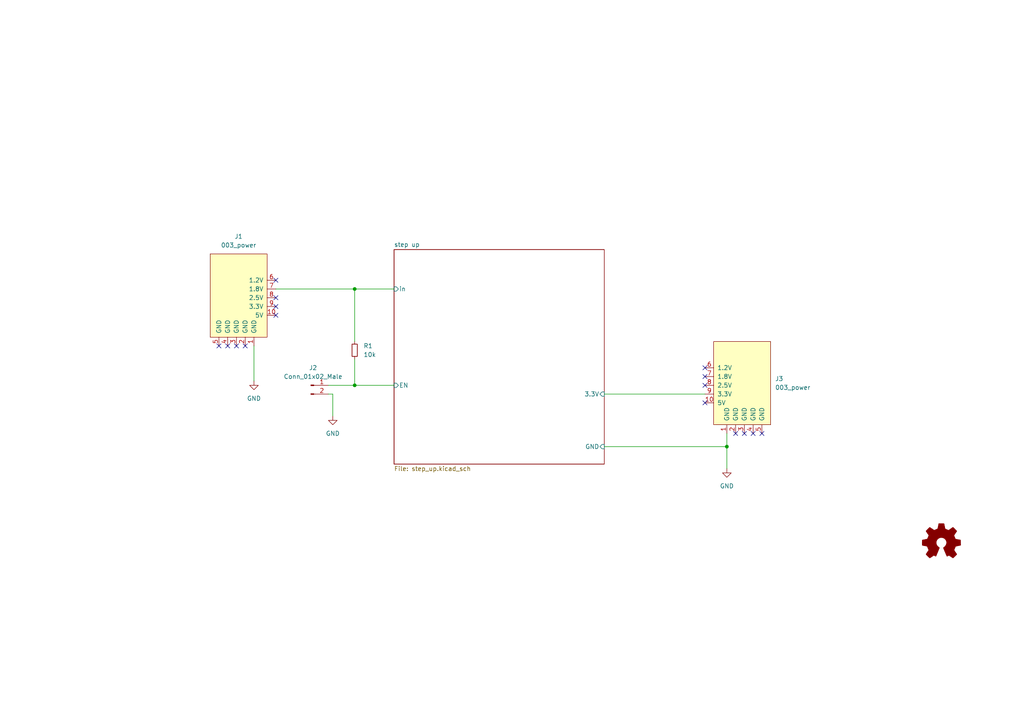
<source format=kicad_sch>
(kicad_sch (version 20211123) (generator eeschema)

  (uuid 57732dd3-1162-4c3f-88bd-31bf473d124d)

  (paper "A4")

  (lib_symbols
    (symbol "Connector:Conn_01x02_Male" (pin_names (offset 1.016) hide) (in_bom yes) (on_board yes)
      (property "Reference" "J" (id 0) (at 0 2.54 0)
        (effects (font (size 1.27 1.27)))
      )
      (property "Value" "Conn_01x02_Male" (id 1) (at 0 -5.08 0)
        (effects (font (size 1.27 1.27)))
      )
      (property "Footprint" "" (id 2) (at 0 0 0)
        (effects (font (size 1.27 1.27)) hide)
      )
      (property "Datasheet" "~" (id 3) (at 0 0 0)
        (effects (font (size 1.27 1.27)) hide)
      )
      (property "ki_keywords" "connector" (id 4) (at 0 0 0)
        (effects (font (size 1.27 1.27)) hide)
      )
      (property "ki_description" "Generic connector, single row, 01x02, script generated (kicad-library-utils/schlib/autogen/connector/)" (id 5) (at 0 0 0)
        (effects (font (size 1.27 1.27)) hide)
      )
      (property "ki_fp_filters" "Connector*:*_1x??_*" (id 6) (at 0 0 0)
        (effects (font (size 1.27 1.27)) hide)
      )
      (symbol "Conn_01x02_Male_1_1"
        (polyline
          (pts
            (xy 1.27 -2.54)
            (xy 0.8636 -2.54)
          )
          (stroke (width 0.1524) (type default) (color 0 0 0 0))
          (fill (type none))
        )
        (polyline
          (pts
            (xy 1.27 0)
            (xy 0.8636 0)
          )
          (stroke (width 0.1524) (type default) (color 0 0 0 0))
          (fill (type none))
        )
        (rectangle (start 0.8636 -2.413) (end 0 -2.667)
          (stroke (width 0.1524) (type default) (color 0 0 0 0))
          (fill (type outline))
        )
        (rectangle (start 0.8636 0.127) (end 0 -0.127)
          (stroke (width 0.1524) (type default) (color 0 0 0 0))
          (fill (type outline))
        )
        (pin passive line (at 5.08 0 180) (length 3.81)
          (name "Pin_1" (effects (font (size 1.27 1.27))))
          (number "1" (effects (font (size 1.27 1.27))))
        )
        (pin passive line (at 5.08 -2.54 180) (length 3.81)
          (name "Pin_2" (effects (font (size 1.27 1.27))))
          (number "2" (effects (font (size 1.27 1.27))))
        )
      )
    )
    (symbol "Device:R_Small" (pin_numbers hide) (pin_names (offset 0.254) hide) (in_bom yes) (on_board yes)
      (property "Reference" "R" (id 0) (at 0.762 0.508 0)
        (effects (font (size 1.27 1.27)) (justify left))
      )
      (property "Value" "R_Small" (id 1) (at 0.762 -1.016 0)
        (effects (font (size 1.27 1.27)) (justify left))
      )
      (property "Footprint" "" (id 2) (at 0 0 0)
        (effects (font (size 1.27 1.27)) hide)
      )
      (property "Datasheet" "~" (id 3) (at 0 0 0)
        (effects (font (size 1.27 1.27)) hide)
      )
      (property "ki_keywords" "R resistor" (id 4) (at 0 0 0)
        (effects (font (size 1.27 1.27)) hide)
      )
      (property "ki_description" "Resistor, small symbol" (id 5) (at 0 0 0)
        (effects (font (size 1.27 1.27)) hide)
      )
      (property "ki_fp_filters" "R_*" (id 6) (at 0 0 0)
        (effects (font (size 1.27 1.27)) hide)
      )
      (symbol "R_Small_0_1"
        (rectangle (start -0.762 1.778) (end 0.762 -1.778)
          (stroke (width 0.2032) (type default) (color 0 0 0 0))
          (fill (type none))
        )
      )
      (symbol "R_Small_1_1"
        (pin passive line (at 0 2.54 270) (length 0.762)
          (name "~" (effects (font (size 1.27 1.27))))
          (number "1" (effects (font (size 1.27 1.27))))
        )
        (pin passive line (at 0 -2.54 90) (length 0.762)
          (name "~" (effects (font (size 1.27 1.27))))
          (number "2" (effects (font (size 1.27 1.27))))
        )
      )
    )
    (symbol "Graphic:Logo_Open_Hardware_Small" (pin_names (offset 1.016)) (in_bom yes) (on_board yes)
      (property "Reference" "#LOGO" (id 0) (at 0 6.985 0)
        (effects (font (size 1.27 1.27)) hide)
      )
      (property "Value" "Logo_Open_Hardware_Small" (id 1) (at 0 -5.715 0)
        (effects (font (size 1.27 1.27)) hide)
      )
      (property "Footprint" "" (id 2) (at 0 0 0)
        (effects (font (size 1.27 1.27)) hide)
      )
      (property "Datasheet" "~" (id 3) (at 0 0 0)
        (effects (font (size 1.27 1.27)) hide)
      )
      (property "ki_keywords" "Logo" (id 4) (at 0 0 0)
        (effects (font (size 1.27 1.27)) hide)
      )
      (property "ki_description" "Open Hardware logo, small" (id 5) (at 0 0 0)
        (effects (font (size 1.27 1.27)) hide)
      )
      (symbol "Logo_Open_Hardware_Small_0_1"
        (polyline
          (pts
            (xy 3.3528 -4.3434)
            (xy 3.302 -4.318)
            (xy 3.175 -4.2418)
            (xy 2.9972 -4.1148)
            (xy 2.7686 -3.9624)
            (xy 2.54 -3.81)
            (xy 2.3622 -3.7084)
            (xy 2.2352 -3.6068)
            (xy 2.1844 -3.5814)
            (xy 2.159 -3.6068)
            (xy 2.0574 -3.6576)
            (xy 1.905 -3.7338)
            (xy 1.8034 -3.7846)
            (xy 1.6764 -3.8354)
            (xy 1.6002 -3.8354)
            (xy 1.6002 -3.8354)
            (xy 1.5494 -3.7338)
            (xy 1.4732 -3.5306)
            (xy 1.3462 -3.302)
            (xy 1.2446 -3.0226)
            (xy 1.1176 -2.7178)
            (xy 0.9652 -2.413)
            (xy 0.8636 -2.1082)
            (xy 0.7366 -1.8288)
            (xy 0.6604 -1.6256)
            (xy 0.6096 -1.4732)
            (xy 0.5842 -1.397)
            (xy 0.5842 -1.397)
            (xy 0.6604 -1.3208)
            (xy 0.7874 -1.2446)
            (xy 1.0414 -1.016)
            (xy 1.2954 -0.6858)
            (xy 1.4478 -0.3302)
            (xy 1.524 0.0762)
            (xy 1.4732 0.4572)
            (xy 1.3208 0.8128)
            (xy 1.0668 1.143)
            (xy 0.762 1.3716)
            (xy 0.4064 1.524)
            (xy 0 1.5748)
            (xy -0.381 1.5494)
            (xy -0.7366 1.397)
            (xy -1.0668 1.143)
            (xy -1.2192 0.9906)
            (xy -1.397 0.6604)
            (xy -1.524 0.3048)
            (xy -1.524 0.2286)
            (xy -1.4986 -0.1778)
            (xy -1.397 -0.5334)
            (xy -1.1938 -0.8636)
            (xy -0.9144 -1.143)
            (xy -0.8636 -1.1684)
            (xy -0.7366 -1.27)
            (xy -0.635 -1.3462)
            (xy -0.5842 -1.397)
            (xy -1.0668 -2.5908)
            (xy -1.143 -2.794)
            (xy -1.2954 -3.1242)
            (xy -1.397 -3.4036)
            (xy -1.4986 -3.6322)
            (xy -1.5748 -3.7846)
            (xy -1.6002 -3.8354)
            (xy -1.6002 -3.8354)
            (xy -1.651 -3.8354)
            (xy -1.7272 -3.81)
            (xy -1.905 -3.7338)
            (xy -2.0066 -3.683)
            (xy -2.1336 -3.6068)
            (xy -2.2098 -3.5814)
            (xy -2.2606 -3.6068)
            (xy -2.3622 -3.683)
            (xy -2.54 -3.81)
            (xy -2.7686 -3.9624)
            (xy -2.9718 -4.0894)
            (xy -3.1496 -4.2164)
            (xy -3.302 -4.318)
            (xy -3.3528 -4.3434)
            (xy -3.3782 -4.3434)
            (xy -3.429 -4.318)
            (xy -3.5306 -4.2164)
            (xy -3.7084 -4.064)
            (xy -3.937 -3.8354)
            (xy -3.9624 -3.81)
            (xy -4.1656 -3.6068)
            (xy -4.318 -3.4544)
            (xy -4.4196 -3.3274)
            (xy -4.445 -3.2766)
            (xy -4.445 -3.2766)
            (xy -4.4196 -3.2258)
            (xy -4.318 -3.0734)
            (xy -4.2164 -2.8956)
            (xy -4.064 -2.667)
            (xy -3.6576 -2.0828)
            (xy -3.8862 -1.5494)
            (xy -3.937 -1.3716)
            (xy -4.0386 -1.1684)
            (xy -4.0894 -1.0414)
            (xy -4.1148 -0.9652)
            (xy -4.191 -0.9398)
            (xy -4.318 -0.9144)
            (xy -4.5466 -0.8636)
            (xy -4.8006 -0.8128)
            (xy -5.0546 -0.7874)
            (xy -5.2578 -0.7366)
            (xy -5.4356 -0.7112)
            (xy -5.5118 -0.6858)
            (xy -5.5118 -0.6858)
            (xy -5.5372 -0.635)
            (xy -5.5372 -0.5588)
            (xy -5.5372 -0.4318)
            (xy -5.5626 -0.2286)
            (xy -5.5626 0.0762)
            (xy -5.5626 0.127)
            (xy -5.5372 0.4064)
            (xy -5.5372 0.635)
            (xy -5.5372 0.762)
            (xy -5.5372 0.8382)
            (xy -5.5372 0.8382)
            (xy -5.461 0.8382)
            (xy -5.3086 0.889)
            (xy -5.08 0.9144)
            (xy -4.826 0.9652)
            (xy -4.8006 0.9906)
            (xy -4.5466 1.0414)
            (xy -4.318 1.0668)
            (xy -4.1656 1.1176)
            (xy -4.0894 1.143)
            (xy -4.0894 1.143)
            (xy -4.0386 1.2446)
            (xy -3.9624 1.4224)
            (xy -3.8608 1.6256)
            (xy -3.7846 1.8288)
            (xy -3.7084 2.0066)
            (xy -3.6576 2.159)
            (xy -3.6322 2.2098)
            (xy -3.6322 2.2098)
            (xy -3.683 2.286)
            (xy -3.7592 2.413)
            (xy -3.8862 2.5908)
            (xy -4.064 2.8194)
            (xy -4.064 2.8448)
            (xy -4.2164 3.0734)
            (xy -4.3434 3.2512)
            (xy -4.4196 3.3782)
            (xy -4.445 3.4544)
            (xy -4.445 3.4544)
            (xy -4.3942 3.5052)
            (xy -4.2926 3.6322)
            (xy -4.1148 3.81)
            (xy -3.937 4.0132)
            (xy -3.8608 4.064)
            (xy -3.6576 4.2926)
            (xy -3.5052 4.4196)
            (xy -3.4036 4.4958)
            (xy -3.3528 4.5212)
            (xy -3.3528 4.5212)
            (xy -3.302 4.4704)
            (xy -3.1496 4.3688)
            (xy -2.9718 4.2418)
            (xy -2.7432 4.0894)
            (xy -2.7178 4.0894)
            (xy -2.4892 3.937)
            (xy -2.3114 3.81)
            (xy -2.1844 3.7084)
            (xy -2.1336 3.683)
            (xy -2.1082 3.683)
            (xy -2.032 3.7084)
            (xy -1.8542 3.7592)
            (xy -1.6764 3.8354)
            (xy -1.4732 3.937)
            (xy -1.27 4.0132)
            (xy -1.143 4.064)
            (xy -1.0668 4.1148)
            (xy -1.0668 4.1148)
            (xy -1.0414 4.191)
            (xy -1.016 4.3434)
            (xy -0.9652 4.572)
            (xy -0.9144 4.8514)
            (xy -0.889 4.9022)
            (xy -0.8382 5.1562)
            (xy -0.8128 5.3848)
            (xy -0.7874 5.5372)
            (xy -0.762 5.588)
            (xy -0.7112 5.6134)
            (xy -0.5842 5.6134)
            (xy -0.4064 5.6134)
            (xy -0.1524 5.6134)
            (xy 0.0762 5.6134)
            (xy 0.3302 5.6134)
            (xy 0.5334 5.6134)
            (xy 0.6858 5.588)
            (xy 0.7366 5.588)
            (xy 0.7366 5.588)
            (xy 0.762 5.5118)
            (xy 0.8128 5.334)
            (xy 0.8382 5.1054)
            (xy 0.9144 4.826)
            (xy 0.9144 4.7752)
            (xy 0.9652 4.5212)
            (xy 1.016 4.2926)
            (xy 1.0414 4.1402)
            (xy 1.0668 4.0894)
            (xy 1.0668 4.0894)
            (xy 1.1938 4.0386)
            (xy 1.3716 3.9624)
            (xy 1.5748 3.8608)
            (xy 2.0828 3.6576)
            (xy 2.7178 4.0894)
            (xy 2.7686 4.1402)
            (xy 2.9972 4.2926)
            (xy 3.175 4.4196)
            (xy 3.302 4.4958)
            (xy 3.3782 4.5212)
            (xy 3.3782 4.5212)
            (xy 3.429 4.4704)
            (xy 3.556 4.3434)
            (xy 3.7338 4.191)
            (xy 3.9116 3.9878)
            (xy 4.064 3.8354)
            (xy 4.2418 3.6576)
            (xy 4.3434 3.556)
            (xy 4.4196 3.4798)
            (xy 4.4196 3.429)
            (xy 4.4196 3.4036)
            (xy 4.3942 3.3274)
            (xy 4.2926 3.2004)
            (xy 4.1656 2.9972)
            (xy 4.0132 2.794)
            (xy 3.8862 2.5908)
            (xy 3.7592 2.3876)
            (xy 3.6576 2.2352)
            (xy 3.6322 2.159)
            (xy 3.6322 2.1336)
            (xy 3.683 2.0066)
            (xy 3.7592 1.8288)
            (xy 3.8608 1.6002)
            (xy 4.064 1.1176)
            (xy 4.3942 1.0414)
            (xy 4.5974 1.016)
            (xy 4.8768 0.9652)
            (xy 5.1308 0.9144)
            (xy 5.5372 0.8382)
            (xy 5.5626 -0.6604)
            (xy 5.4864 -0.6858)
            (xy 5.4356 -0.6858)
            (xy 5.2832 -0.7366)
            (xy 5.0546 -0.762)
            (xy 4.8006 -0.8128)
            (xy 4.5974 -0.8636)
            (xy 4.3688 -0.9144)
            (xy 4.2164 -0.9398)
            (xy 4.1402 -0.9398)
            (xy 4.1148 -0.9652)
            (xy 4.064 -1.0668)
            (xy 3.9878 -1.2446)
            (xy 3.9116 -1.4478)
            (xy 3.81 -1.651)
            (xy 3.7338 -1.8542)
            (xy 3.683 -2.0066)
            (xy 3.6576 -2.0828)
            (xy 3.683 -2.1336)
            (xy 3.7846 -2.2606)
            (xy 3.8862 -2.4638)
            (xy 4.0386 -2.667)
            (xy 4.191 -2.8956)
            (xy 4.318 -3.0734)
            (xy 4.3942 -3.2004)
            (xy 4.445 -3.2766)
            (xy 4.4196 -3.3274)
            (xy 4.3434 -3.429)
            (xy 4.1656 -3.5814)
            (xy 3.937 -3.8354)
            (xy 3.8862 -3.8608)
            (xy 3.683 -4.064)
            (xy 3.5306 -4.2164)
            (xy 3.4036 -4.318)
            (xy 3.3528 -4.3434)
          )
          (stroke (width 0) (type default) (color 0 0 0 0))
          (fill (type outline))
        )
      )
    )
    (symbol "power:GND" (power) (pin_names (offset 0)) (in_bom yes) (on_board yes)
      (property "Reference" "#PWR" (id 0) (at 0 -6.35 0)
        (effects (font (size 1.27 1.27)) hide)
      )
      (property "Value" "GND" (id 1) (at 0 -3.81 0)
        (effects (font (size 1.27 1.27)))
      )
      (property "Footprint" "" (id 2) (at 0 0 0)
        (effects (font (size 1.27 1.27)) hide)
      )
      (property "Datasheet" "" (id 3) (at 0 0 0)
        (effects (font (size 1.27 1.27)) hide)
      )
      (property "ki_keywords" "power-flag" (id 4) (at 0 0 0)
        (effects (font (size 1.27 1.27)) hide)
      )
      (property "ki_description" "Power symbol creates a global label with name \"GND\" , ground" (id 5) (at 0 0 0)
        (effects (font (size 1.27 1.27)) hide)
      )
      (symbol "GND_0_1"
        (polyline
          (pts
            (xy 0 0)
            (xy 0 -1.27)
            (xy 1.27 -1.27)
            (xy 0 -2.54)
            (xy -1.27 -1.27)
            (xy 0 -1.27)
          )
          (stroke (width 0) (type default) (color 0 0 0 0))
          (fill (type none))
        )
      )
      (symbol "GND_1_1"
        (pin power_in line (at 0 0 270) (length 0) hide
          (name "GND" (effects (font (size 1.27 1.27))))
          (number "1" (effects (font (size 1.27 1.27))))
        )
      )
    )
    (symbol "put_on_edge:003_power" (pin_names (offset 1.016)) (in_bom yes) (on_board yes)
      (property "Reference" "J" (id 0) (at -2.54 13.97 0)
        (effects (font (size 1.27 1.27)))
      )
      (property "Value" "003_power" (id 1) (at 8.89 13.97 0)
        (effects (font (size 1.27 1.27)))
      )
      (property "Footprint" "" (id 2) (at 7.62 16.51 0)
        (effects (font (size 1.27 1.27)) hide)
      )
      (property "Datasheet" "" (id 3) (at 7.62 16.51 0)
        (effects (font (size 1.27 1.27)) hide)
      )
      (symbol "003_power_0_1"
        (rectangle (start -8.89 12.7) (end 7.62 -11.43)
          (stroke (width 0) (type default) (color 0 0 0 0))
          (fill (type background))
        )
      )
      (symbol "003_power_1_1"
        (pin power_in line (at -5.08 -13.97 90) (length 2.54)
          (name "GND" (effects (font (size 1.27 1.27))))
          (number "1" (effects (font (size 1.27 1.27))))
        )
        (pin power_out line (at -11.43 -5.08 0) (length 2.54)
          (name "5V" (effects (font (size 1.27 1.27))))
          (number "10" (effects (font (size 1.27 1.27))))
        )
        (pin power_in line (at -2.54 -13.97 90) (length 2.54)
          (name "GND" (effects (font (size 1.27 1.27))))
          (number "2" (effects (font (size 1.27 1.27))))
        )
        (pin power_in line (at 0 -13.97 90) (length 2.54)
          (name "GND" (effects (font (size 1.27 1.27))))
          (number "3" (effects (font (size 1.27 1.27))))
        )
        (pin power_in line (at 2.54 -13.97 90) (length 2.54)
          (name "GND" (effects (font (size 1.27 1.27))))
          (number "4" (effects (font (size 1.27 1.27))))
        )
        (pin power_in line (at 5.08 -13.97 90) (length 2.54)
          (name "GND" (effects (font (size 1.27 1.27))))
          (number "5" (effects (font (size 1.27 1.27))))
        )
        (pin power_out line (at -11.43 5.08 0) (length 2.54)
          (name "1.2V" (effects (font (size 1.27 1.27))))
          (number "6" (effects (font (size 1.27 1.27))))
        )
        (pin power_out line (at -11.43 2.54 0) (length 2.54)
          (name "1.8V" (effects (font (size 1.27 1.27))))
          (number "7" (effects (font (size 1.27 1.27))))
        )
        (pin power_out line (at -11.43 0 0) (length 2.54)
          (name "2.5V" (effects (font (size 1.27 1.27))))
          (number "8" (effects (font (size 1.27 1.27))))
        )
        (pin power_out line (at -11.43 -2.54 0) (length 2.54)
          (name "3.3V" (effects (font (size 1.27 1.27))))
          (number "9" (effects (font (size 1.27 1.27))))
        )
      )
    )
  )

  (junction (at 102.87 83.82) (diameter 0) (color 0 0 0 0)
    (uuid 0269fea6-0374-4532-9ad4-c7f3a8f31d3b)
  )
  (junction (at 210.82 129.54) (diameter 0) (color 0 0 0 0)
    (uuid 3c28a56e-bfb8-4deb-b79b-c5fdf7520bbf)
  )
  (junction (at 102.87 111.76) (diameter 0) (color 0 0 0 0)
    (uuid af45c092-ca1c-4618-b667-bf868b468c64)
  )

  (no_connect (at 218.44 125.73) (uuid 0b98c3b3-de28-4af0-b363-46bfb29fd362))
  (no_connect (at 220.98 125.73) (uuid 0b98c3b3-de28-4af0-b363-46bfb29fd363))
  (no_connect (at 71.12 100.33) (uuid 0b98c3b3-de28-4af0-b363-46bfb29fd364))
  (no_connect (at 80.01 86.36) (uuid 0b98c3b3-de28-4af0-b363-46bfb29fd365))
  (no_connect (at 80.01 88.9) (uuid 0b98c3b3-de28-4af0-b363-46bfb29fd366))
  (no_connect (at 80.01 91.44) (uuid 0b98c3b3-de28-4af0-b363-46bfb29fd367))
  (no_connect (at 80.01 81.28) (uuid 0b98c3b3-de28-4af0-b363-46bfb29fd368))
  (no_connect (at 63.5 100.33) (uuid 0b98c3b3-de28-4af0-b363-46bfb29fd369))
  (no_connect (at 66.04 100.33) (uuid 0b98c3b3-de28-4af0-b363-46bfb29fd36a))
  (no_connect (at 68.58 100.33) (uuid 0b98c3b3-de28-4af0-b363-46bfb29fd36b))
  (no_connect (at 213.36 125.73) (uuid 0b98c3b3-de28-4af0-b363-46bfb29fd36c))
  (no_connect (at 215.9 125.73) (uuid 0b98c3b3-de28-4af0-b363-46bfb29fd36d))
  (no_connect (at 204.47 106.68) (uuid 0b98c3b3-de28-4af0-b363-46bfb29fd36e))
  (no_connect (at 204.47 116.84) (uuid 0b98c3b3-de28-4af0-b363-46bfb29fd36f))
  (no_connect (at 204.47 111.76) (uuid 0b98c3b3-de28-4af0-b363-46bfb29fd370))
  (no_connect (at 204.47 109.22) (uuid 0b98c3b3-de28-4af0-b363-46bfb29fd371))

  (wire (pts (xy 175.26 129.54) (xy 210.82 129.54))
    (stroke (width 0) (type default) (color 0 0 0 0))
    (uuid 1dc6d117-ed38-46b4-8b00-a42dde9b3419)
  )
  (wire (pts (xy 95.25 111.76) (xy 102.87 111.76))
    (stroke (width 0) (type default) (color 0 0 0 0))
    (uuid 2b9083b4-cb3c-4e8e-beb8-63b3002f73c3)
  )
  (wire (pts (xy 210.82 129.54) (xy 210.82 135.89))
    (stroke (width 0) (type default) (color 0 0 0 0))
    (uuid 64d5ced9-7162-4792-925b-502ad9cab995)
  )
  (wire (pts (xy 96.52 114.3) (xy 96.52 120.65))
    (stroke (width 0) (type default) (color 0 0 0 0))
    (uuid 67c7721f-403b-42aa-a2d9-cf93b858187b)
  )
  (wire (pts (xy 96.52 114.3) (xy 95.25 114.3))
    (stroke (width 0) (type default) (color 0 0 0 0))
    (uuid 6e9f6c33-d4b0-44db-83e1-54112fbe3471)
  )
  (wire (pts (xy 73.66 100.33) (xy 73.66 110.49))
    (stroke (width 0) (type default) (color 0 0 0 0))
    (uuid 7b1b695a-cb66-4b71-a7b3-5a9f3229db99)
  )
  (wire (pts (xy 80.01 83.82) (xy 102.87 83.82))
    (stroke (width 0) (type default) (color 0 0 0 0))
    (uuid 8460c1a6-8601-419c-b482-d00f0ccb428f)
  )
  (wire (pts (xy 102.87 111.76) (xy 114.3 111.76))
    (stroke (width 0) (type default) (color 0 0 0 0))
    (uuid a36732c0-3aa0-4b93-b14a-4f7b74b40c5c)
  )
  (wire (pts (xy 102.87 83.82) (xy 102.87 99.06))
    (stroke (width 0) (type default) (color 0 0 0 0))
    (uuid b98cace0-4e6b-4fac-a007-4cc792bd305d)
  )
  (wire (pts (xy 210.82 125.73) (xy 210.82 129.54))
    (stroke (width 0) (type default) (color 0 0 0 0))
    (uuid bf26deaf-5e5f-4d4e-ba06-f1b011345aa3)
  )
  (wire (pts (xy 175.26 114.3) (xy 204.47 114.3))
    (stroke (width 0) (type default) (color 0 0 0 0))
    (uuid cd172e70-747d-4333-a064-0667159642e2)
  )
  (wire (pts (xy 114.3 83.82) (xy 102.87 83.82))
    (stroke (width 0) (type default) (color 0 0 0 0))
    (uuid da7676c3-8607-497f-921b-cd950adc2094)
  )
  (wire (pts (xy 102.87 104.14) (xy 102.87 111.76))
    (stroke (width 0) (type default) (color 0 0 0 0))
    (uuid f9af492b-5b2f-4864-9f1c-7b9afcb9efad)
  )

  (symbol (lib_id "Device:R_Small") (at 102.87 101.6 0) (unit 1)
    (in_bom yes) (on_board yes) (fields_autoplaced)
    (uuid 25ec66c7-db3c-4f24-b35c-df9135bdb5da)
    (property "Reference" "R1" (id 0) (at 105.41 100.3299 0)
      (effects (font (size 1.27 1.27)) (justify left))
    )
    (property "Value" "10k" (id 1) (at 105.41 102.8699 0)
      (effects (font (size 1.27 1.27)) (justify left))
    )
    (property "Footprint" "Resistor_SMD:R_0603_1608Metric" (id 2) (at 102.87 101.6 0)
      (effects (font (size 1.27 1.27)) hide)
    )
    (property "Datasheet" "~" (id 3) (at 102.87 101.6 0)
      (effects (font (size 1.27 1.27)) hide)
    )
    (pin "1" (uuid c7c38e11-5743-462e-9791-a87b81762754))
    (pin "2" (uuid a98cfc8b-c318-4c52-b921-60fe435767b3))
  )

  (symbol (lib_id "put_on_edge:003_power") (at 68.58 86.36 0) (mirror y) (unit 1)
    (in_bom yes) (on_board yes) (fields_autoplaced)
    (uuid 618f0b1f-1edf-4925-b291-44c382ff579e)
    (property "Reference" "J1" (id 0) (at 69.215 68.58 0))
    (property "Value" "003_power" (id 1) (at 69.215 71.12 0))
    (property "Footprint" "on_edge:on_edge_2x05_device" (id 2) (at 60.96 69.85 0)
      (effects (font (size 1.27 1.27)) hide)
    )
    (property "Datasheet" "" (id 3) (at 60.96 69.85 0)
      (effects (font (size 1.27 1.27)) hide)
    )
    (pin "1" (uuid 8e16969c-e9fa-47c3-8eda-c7d60e462cea))
    (pin "10" (uuid 1cadeee6-c1a0-49c2-a984-c6e38e4af858))
    (pin "2" (uuid e35a65b9-a1a7-4b18-8ad1-5e7db961877d))
    (pin "3" (uuid 7069d951-18c0-4024-9e84-26c9cc686f2e))
    (pin "4" (uuid 2ebb5591-c34f-4f3d-b529-c6bbcf1bb44d))
    (pin "5" (uuid 5dcb95d3-e86b-4869-806f-f3925b6deb1a))
    (pin "6" (uuid 47b1d517-c535-428d-8908-7560697b4b78))
    (pin "7" (uuid 7ff9b2cb-4a9a-48cd-9cf3-6486b806670b))
    (pin "8" (uuid a62be516-56bd-4973-86e5-44373d2f511b))
    (pin "9" (uuid 6a1a7782-97b5-46d4-a468-b86dfdee6a73))
  )

  (symbol (lib_id "power:GND") (at 210.82 135.89 0) (unit 1)
    (in_bom yes) (on_board yes) (fields_autoplaced)
    (uuid 8c523ef1-f3de-436a-bff5-017a978b433e)
    (property "Reference" "#PWR0101" (id 0) (at 210.82 142.24 0)
      (effects (font (size 1.27 1.27)) hide)
    )
    (property "Value" "GND" (id 1) (at 210.82 140.97 0))
    (property "Footprint" "" (id 2) (at 210.82 135.89 0)
      (effects (font (size 1.27 1.27)) hide)
    )
    (property "Datasheet" "" (id 3) (at 210.82 135.89 0)
      (effects (font (size 1.27 1.27)) hide)
    )
    (pin "1" (uuid 8fa6a6dd-2d79-4edb-8ef1-24f434968b81))
  )

  (symbol (lib_id "power:GND") (at 73.66 110.49 0) (unit 1)
    (in_bom yes) (on_board yes) (fields_autoplaced)
    (uuid a6ec8d9e-0665-4d8f-a41a-39db3c5f4d87)
    (property "Reference" "#PWR0102" (id 0) (at 73.66 116.84 0)
      (effects (font (size 1.27 1.27)) hide)
    )
    (property "Value" "GND" (id 1) (at 73.66 115.57 0))
    (property "Footprint" "" (id 2) (at 73.66 110.49 0)
      (effects (font (size 1.27 1.27)) hide)
    )
    (property "Datasheet" "" (id 3) (at 73.66 110.49 0)
      (effects (font (size 1.27 1.27)) hide)
    )
    (pin "1" (uuid bae65cae-18ce-4036-bda9-7cc9a07da439))
  )

  (symbol (lib_id "Graphic:Logo_Open_Hardware_Small") (at 273.05 157.48 0) (unit 1)
    (in_bom yes) (on_board yes) (fields_autoplaced)
    (uuid b72b6f4a-7489-40f2-bb90-d75ae01aa368)
    (property "Reference" "LOGO1" (id 0) (at 273.05 150.495 0)
      (effects (font (size 1.27 1.27)) hide)
    )
    (property "Value" "Logo_Open_Hardware_Small" (id 1) (at 273.05 163.195 0)
      (effects (font (size 1.27 1.27)) hide)
    )
    (property "Footprint" "Symbol:OSHW-Symbol_6.7x6mm_SilkScreen" (id 2) (at 273.05 157.48 0)
      (effects (font (size 1.27 1.27)) hide)
    )
    (property "Datasheet" "~" (id 3) (at 273.05 157.48 0)
      (effects (font (size 1.27 1.27)) hide)
    )
  )

  (symbol (lib_id "power:GND") (at 96.52 120.65 0) (unit 1)
    (in_bom yes) (on_board yes) (fields_autoplaced)
    (uuid d244c682-6472-4c8d-9fb3-cae66cde56c1)
    (property "Reference" "#PWR0103" (id 0) (at 96.52 127 0)
      (effects (font (size 1.27 1.27)) hide)
    )
    (property "Value" "GND" (id 1) (at 96.52 125.73 0))
    (property "Footprint" "" (id 2) (at 96.52 120.65 0)
      (effects (font (size 1.27 1.27)) hide)
    )
    (property "Datasheet" "" (id 3) (at 96.52 120.65 0)
      (effects (font (size 1.27 1.27)) hide)
    )
    (pin "1" (uuid 1b77dafd-9bc1-403d-95ba-b6d78aa80ea2))
  )

  (symbol (lib_id "Connector:Conn_01x02_Male") (at 90.17 111.76 0) (unit 1)
    (in_bom yes) (on_board yes) (fields_autoplaced)
    (uuid d4266acf-1563-4426-8480-929a59f04ee2)
    (property "Reference" "J2" (id 0) (at 90.805 106.68 0))
    (property "Value" "Conn_01x02_Male" (id 1) (at 90.805 109.22 0))
    (property "Footprint" "Connector_PinHeader_2.54mm:PinHeader_1x02_P2.54mm_Vertical" (id 2) (at 90.17 111.76 0)
      (effects (font (size 1.27 1.27)) hide)
    )
    (property "Datasheet" "~" (id 3) (at 90.17 111.76 0)
      (effects (font (size 1.27 1.27)) hide)
    )
    (pin "1" (uuid a4a71561-024f-457d-93e8-aa07ce7c6da0))
    (pin "2" (uuid 1ac15962-581d-4ce2-9aef-44fe0d89f31c))
  )

  (symbol (lib_id "put_on_edge:003_power") (at 215.9 111.76 0) (unit 1)
    (in_bom yes) (on_board yes) (fields_autoplaced)
    (uuid f654feb2-e3d2-44c1-8d36-3d5dad4df088)
    (property "Reference" "J3" (id 0) (at 224.79 109.8549 0)
      (effects (font (size 1.27 1.27)) (justify left))
    )
    (property "Value" "003_power" (id 1) (at 224.79 112.3949 0)
      (effects (font (size 1.27 1.27)) (justify left))
    )
    (property "Footprint" "on_edge:on_edge_2x05_host" (id 2) (at 223.52 95.25 0)
      (effects (font (size 1.27 1.27)) hide)
    )
    (property "Datasheet" "" (id 3) (at 223.52 95.25 0)
      (effects (font (size 1.27 1.27)) hide)
    )
    (pin "1" (uuid ac8ceb1f-144f-4cb7-90d1-6c3d8e837d51))
    (pin "10" (uuid e7218a70-3e79-4a3f-9b42-f1a1885f0d1c))
    (pin "2" (uuid c1ce2f58-4a36-4722-9768-6a67eff276b6))
    (pin "3" (uuid f420412d-b12b-4c9d-9f35-90222194c443))
    (pin "4" (uuid c9e03932-f68a-48a5-ab94-88c6fa93c39d))
    (pin "5" (uuid 04d9e597-94b3-43d0-a05f-620b52f14995))
    (pin "6" (uuid 806885e4-19cf-476b-9120-64c3ea335ae6))
    (pin "7" (uuid 7255f640-55a5-433f-aa40-5fd4d297880b))
    (pin "8" (uuid 2a35d2a4-6904-4ace-b114-23926790811b))
    (pin "9" (uuid aa6105d6-b17c-427a-bace-a32b05fccdd8))
  )

  (sheet (at 114.3 72.39) (size 60.96 62.23) (fields_autoplaced)
    (stroke (width 0.1524) (type solid) (color 0 0 0 0))
    (fill (color 0 0 0 0.0000))
    (uuid 767ce4c6-0e55-4543-92f0-34cb8237a544)
    (property "Sheet name" "step up" (id 0) (at 114.3 71.6784 0)
      (effects (font (size 1.27 1.27)) (justify left bottom))
    )
    (property "Sheet file" "step_up.kicad_sch" (id 1) (at 114.3 135.2046 0)
      (effects (font (size 1.27 1.27)) (justify left top))
    )
    (pin "3.3V" input (at 175.26 114.3 0)
      (effects (font (size 1.27 1.27)) (justify right))
      (uuid 301b661c-4fc5-4e35-9c6c-2127674c3f2f)
    )
    (pin "GND" input (at 175.26 129.54 0)
      (effects (font (size 1.27 1.27)) (justify right))
      (uuid 6f2f0ef3-21b8-4ae1-994c-4a046756d1a8)
    )
    (pin "in" input (at 114.3 83.82 180)
      (effects (font (size 1.27 1.27)) (justify left))
      (uuid fa56d4b8-8449-4a4d-bcc7-f5d8c5939d2a)
    )
    (pin "EN" input (at 114.3 111.76 180)
      (effects (font (size 1.27 1.27)) (justify left))
      (uuid 8ff509a4-5822-4644-9808-66df41d9615e)
    )
  )

  (sheet_instances
    (path "/" (page "1"))
    (path "/767ce4c6-0e55-4543-92f0-34cb8237a544" (page "2"))
  )

  (symbol_instances
    (path "/8c523ef1-f3de-436a-bff5-017a978b433e"
      (reference "#PWR0101") (unit 1) (value "GND") (footprint "")
    )
    (path "/a6ec8d9e-0665-4d8f-a41a-39db3c5f4d87"
      (reference "#PWR0102") (unit 1) (value "GND") (footprint "")
    )
    (path "/d244c682-6472-4c8d-9fb3-cae66cde56c1"
      (reference "#PWR0103") (unit 1) (value "GND") (footprint "")
    )
    (path "/767ce4c6-0e55-4543-92f0-34cb8237a544/7b577cf5-034b-4138-8652-1e67c7c30cf6"
      (reference "C1") (unit 1) (value "10uF") (footprint "Capacitor_SMD:C_0603_1608Metric")
    )
    (path "/767ce4c6-0e55-4543-92f0-34cb8237a544/0e5a8ac3-d68d-41f2-96a5-455e993b1b8d"
      (reference "C2") (unit 1) (value "10uF") (footprint "Capacitor_SMD:C_0603_1608Metric")
    )
    (path "/618f0b1f-1edf-4925-b291-44c382ff579e"
      (reference "J1") (unit 1) (value "003_power") (footprint "on_edge:on_edge_2x05_device")
    )
    (path "/d4266acf-1563-4426-8480-929a59f04ee2"
      (reference "J2") (unit 1) (value "Conn_01x02_Male") (footprint "Connector_PinHeader_2.54mm:PinHeader_1x02_P2.54mm_Vertical")
    )
    (path "/f654feb2-e3d2-44c1-8d36-3d5dad4df088"
      (reference "J3") (unit 1) (value "003_power") (footprint "on_edge:on_edge_2x05_host")
    )
    (path "/767ce4c6-0e55-4543-92f0-34cb8237a544/ab5b8db6-44a8-4f0a-bfe1-deea670d99ad"
      (reference "L1") (unit 1) (value "4.7uH") (footprint "Inductor_SMD:L_0805_2012Metric")
    )
    (path "/b72b6f4a-7489-40f2-bb90-d75ae01aa368"
      (reference "LOGO1") (unit 1) (value "Logo_Open_Hardware_Small") (footprint "Symbol:OSHW-Symbol_6.7x6mm_SilkScreen")
    )
    (path "/25ec66c7-db3c-4f24-b35c-df9135bdb5da"
      (reference "R1") (unit 1) (value "10k") (footprint "Resistor_SMD:R_0603_1608Metric")
    )
    (path "/767ce4c6-0e55-4543-92f0-34cb8237a544/3c3d8e68-6e43-456d-aab1-0f42b378e4bb"
      (reference "R2") (unit 1) (value "1M") (footprint "Resistor_SMD:R_0603_1608Metric")
    )
    (path "/767ce4c6-0e55-4543-92f0-34cb8237a544/02979fc4-4f11-44eb-9ff4-945c29387fb8"
      (reference "R3") (unit 1) (value "180k") (footprint "Resistor_SMD:R_0603_1608Metric")
    )
    (path "/767ce4c6-0e55-4543-92f0-34cb8237a544/d99c0b57-9feb-4e4c-9ee2-6976dcad0a72"
      (reference "U1") (unit 1) (value "TLV61220") (footprint "Package_TO_SOT_SMD:SOT-23-6")
    )
  )
)

</source>
